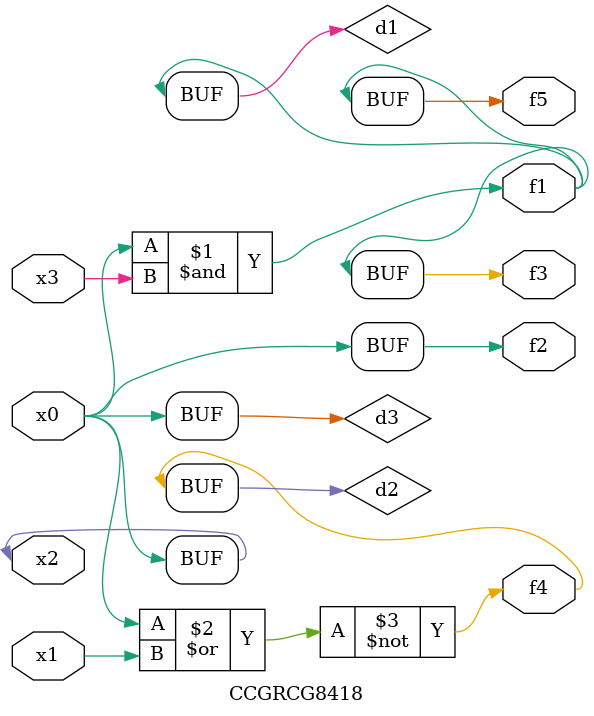
<source format=v>
module CCGRCG8418(
	input x0, x1, x2, x3,
	output f1, f2, f3, f4, f5
);

	wire d1, d2, d3;

	and (d1, x2, x3);
	nor (d2, x0, x1);
	buf (d3, x0, x2);
	assign f1 = d1;
	assign f2 = d3;
	assign f3 = d1;
	assign f4 = d2;
	assign f5 = d1;
endmodule

</source>
